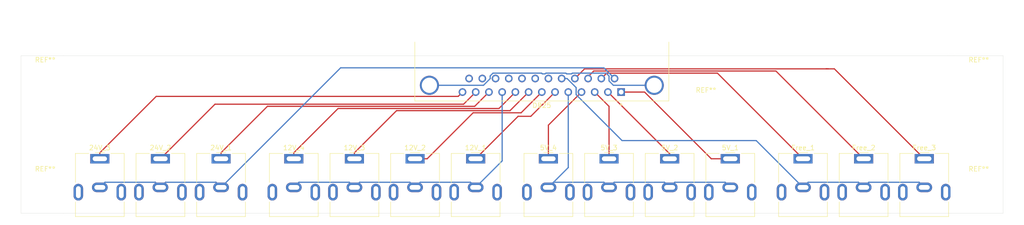
<source format=kicad_pcb>
(kicad_pcb (version 20171130) (host pcbnew "(5.1.10-1-10_14)")

  (general
    (thickness 1.6)
    (drawings 9)
    (tracks 111)
    (zones 0)
    (modules 20)
    (nets 27)
  )

  (page A4)
  (layers
    (0 F.Cu signal)
    (31 B.Cu signal)
    (32 B.Adhes user)
    (33 F.Adhes user)
    (34 B.Paste user)
    (35 F.Paste user)
    (36 B.SilkS user)
    (37 F.SilkS user)
    (38 B.Mask user)
    (39 F.Mask user)
    (40 Dwgs.User user)
    (41 Cmts.User user)
    (42 Eco1.User user)
    (43 Eco2.User user)
    (44 Edge.Cuts user)
    (45 Margin user)
    (46 B.CrtYd user)
    (47 F.CrtYd user)
    (48 B.Fab user)
    (49 F.Fab user)
  )

  (setup
    (last_trace_width 0.254)
    (user_trace_width 0.254)
    (trace_clearance 0.2)
    (zone_clearance 0.508)
    (zone_45_only no)
    (trace_min 0.024892)
    (via_size 0.8)
    (via_drill 0.4)
    (via_min_size 0.4)
    (via_min_drill 0.3)
    (uvia_size 0.3)
    (uvia_drill 0.1)
    (uvias_allowed no)
    (uvia_min_size 0.2)
    (uvia_min_drill 0.1)
    (edge_width 0.05)
    (segment_width 0.2)
    (pcb_text_width 0.3)
    (pcb_text_size 1.5 1.5)
    (mod_edge_width 0.12)
    (mod_text_size 1 1)
    (mod_text_width 0.15)
    (pad_size 1.524 1.524)
    (pad_drill 0.762)
    (pad_to_mask_clearance 0)
    (aux_axis_origin 0 0)
    (visible_elements FFEFF76F)
    (pcbplotparams
      (layerselection 0x010fc_ffffffff)
      (usegerberextensions false)
      (usegerberattributes true)
      (usegerberadvancedattributes true)
      (creategerberjobfile true)
      (excludeedgelayer true)
      (linewidth 0.100000)
      (plotframeref false)
      (viasonmask false)
      (mode 1)
      (useauxorigin false)
      (hpglpennumber 1)
      (hpglpenspeed 20)
      (hpglpendiameter 15.000000)
      (psnegative false)
      (psa4output false)
      (plotreference true)
      (plotvalue true)
      (plotinvisibletext false)
      (padsonsilk false)
      (subtractmaskfromsilk false)
      (outputformat 1)
      (mirror false)
      (drillshape 0)
      (scaleselection 1)
      (outputdirectory ""))
  )

  (net 0 "")
  (net 1 "Net-(12V_1-Pad2)")
  (net 2 "Net-(12V_1-Pad1)")
  (net 3 "Net-(12V_2-Pad1)")
  (net 4 "Net-(12V_3-Pad1)")
  (net 5 "Net-(12V_4-Pad1)")
  (net 6 "Net-(24V_1-Pad2)")
  (net 7 "Net-(24V_1-Pad1)")
  (net 8 "Net-(24V_2-Pad1)")
  (net 9 "Net-(24V_3-Pad1)")
  (net 10 "Net-(5V_1-Pad1)")
  (net 11 "Net-(5V_1-Pad2)")
  (net 12 "Net-(5V_2-Pad1)")
  (net 13 "Net-(5V_3-Pad1)")
  (net 14 "Net-(5V_4-Pad1)")
  (net 15 "Net-(DB25-Pad15)")
  (net 16 "Net-(DB25-Pad16)")
  (net 17 "Net-(DB25-Pad17)")
  (net 18 "Net-(DB25-Pad18)")
  (net 19 "Net-(DB25-Pad19)")
  (net 20 "Net-(DB25-Pad20)")
  (net 21 "Net-(DB25-Pad21)")
  (net 22 "Net-(DB25-Pad22)")
  (net 23 "Net-(DB25-Pad23)")
  (net 24 "Net-(DB25-Pad24)")
  (net 25 "Net-(DB25-Pad25)")
  (net 26 "Net-(DB25-Pad0)")

  (net_class Default "This is the default net class."
    (clearance 0.2)
    (trace_width 0.024892)
    (via_dia 0.8)
    (via_drill 0.4)
    (uvia_dia 0.3)
    (uvia_drill 0.1)
    (diff_pair_width 0.024892)
    (diff_pair_gap 0.25)
    (add_net "Net-(12V_1-Pad1)")
    (add_net "Net-(12V_1-Pad2)")
    (add_net "Net-(12V_2-Pad1)")
    (add_net "Net-(12V_3-Pad1)")
    (add_net "Net-(12V_4-Pad1)")
    (add_net "Net-(24V_1-Pad1)")
    (add_net "Net-(24V_1-Pad2)")
    (add_net "Net-(24V_2-Pad1)")
    (add_net "Net-(24V_3-Pad1)")
    (add_net "Net-(5V_1-Pad1)")
    (add_net "Net-(5V_1-Pad2)")
    (add_net "Net-(5V_2-Pad1)")
    (add_net "Net-(5V_3-Pad1)")
    (add_net "Net-(5V_4-Pad1)")
    (add_net "Net-(DB25-Pad0)")
    (add_net "Net-(DB25-Pad15)")
    (add_net "Net-(DB25-Pad16)")
    (add_net "Net-(DB25-Pad17)")
    (add_net "Net-(DB25-Pad18)")
    (add_net "Net-(DB25-Pad19)")
    (add_net "Net-(DB25-Pad20)")
    (add_net "Net-(DB25-Pad21)")
    (add_net "Net-(DB25-Pad22)")
    (add_net "Net-(DB25-Pad23)")
    (add_net "Net-(DB25-Pad24)")
    (add_net "Net-(DB25-Pad25)")
  )

  (module MountingHole:MountingHole_3.2mm_M3 (layer F.Cu) (tedit 56D1B4CB) (tstamp 60F8F234)
    (at 271.78 45.72)
    (descr "Mounting Hole 3.2mm, no annular, M3")
    (tags "mounting hole 3.2mm no annular m3")
    (attr virtual)
    (fp_text reference REF** (at 0 -4.2) (layer F.SilkS)
      (effects (font (size 1 1) (thickness 0.15)))
    )
    (fp_text value MountingHole_3.2mm_M3 (at 0 4.2) (layer F.Fab)
      (effects (font (size 1 1) (thickness 0.15)))
    )
    (fp_circle (center 0 0) (end 3.2 0) (layer Cmts.User) (width 0.15))
    (fp_circle (center 0 0) (end 3.45 0) (layer F.CrtYd) (width 0.05))
    (fp_text user %R (at 0.3 0) (layer F.Fab)
      (effects (font (size 1 1) (thickness 0.15)))
    )
    (pad 1 np_thru_hole circle (at 0 0) (size 3.2 3.2) (drill 3.2) (layers *.Cu *.Mask))
  )

  (module MountingHole:MountingHole_3.2mm_M3 (layer F.Cu) (tedit 56D1B4CB) (tstamp 60F8F234)
    (at 271.78 68.58)
    (descr "Mounting Hole 3.2mm, no annular, M3")
    (tags "mounting hole 3.2mm no annular m3")
    (attr virtual)
    (fp_text reference REF** (at 0 -4.2) (layer F.SilkS)
      (effects (font (size 1 1) (thickness 0.15)))
    )
    (fp_text value MountingHole_3.2mm_M3 (at 0 4.2) (layer F.Fab)
      (effects (font (size 1 1) (thickness 0.15)))
    )
    (fp_circle (center 0 0) (end 3.2 0) (layer Cmts.User) (width 0.15))
    (fp_circle (center 0 0) (end 3.45 0) (layer F.CrtYd) (width 0.05))
    (fp_text user %R (at 0.3 0) (layer F.Fab)
      (effects (font (size 1 1) (thickness 0.15)))
    )
    (pad 1 np_thru_hole circle (at 0 0) (size 3.2 3.2) (drill 3.2) (layers *.Cu *.Mask))
  )

  (module MountingHole:MountingHole_3.2mm_M3 (layer F.Cu) (tedit 56D1B4CB) (tstamp 60F8F234)
    (at 76.2 45.72)
    (descr "Mounting Hole 3.2mm, no annular, M3")
    (tags "mounting hole 3.2mm no annular m3")
    (attr virtual)
    (fp_text reference REF** (at 0 -4.2) (layer F.SilkS)
      (effects (font (size 1 1) (thickness 0.15)))
    )
    (fp_text value MountingHole_3.2mm_M3 (at 0 4.2) (layer F.Fab)
      (effects (font (size 1 1) (thickness 0.15)))
    )
    (fp_circle (center 0 0) (end 3.2 0) (layer Cmts.User) (width 0.15))
    (fp_circle (center 0 0) (end 3.45 0) (layer F.CrtYd) (width 0.05))
    (fp_text user %R (at 0.3 0) (layer F.Fab)
      (effects (font (size 1 1) (thickness 0.15)))
    )
    (pad 1 np_thru_hole circle (at 0 0) (size 3.2 3.2) (drill 3.2) (layers *.Cu *.Mask))
  )

  (module MountingHole:MountingHole_3.2mm_M3 (layer F.Cu) (tedit 56D1B4CB) (tstamp 60F8F234)
    (at 214.63 52.07)
    (descr "Mounting Hole 3.2mm, no annular, M3")
    (tags "mounting hole 3.2mm no annular m3")
    (attr virtual)
    (fp_text reference REF** (at 0 -4.2) (layer F.SilkS)
      (effects (font (size 1 1) (thickness 0.15)))
    )
    (fp_text value MountingHole_3.2mm_M3 (at 0 4.2) (layer F.Fab)
      (effects (font (size 1 1) (thickness 0.15)))
    )
    (fp_circle (center 0 0) (end 3.2 0) (layer Cmts.User) (width 0.15))
    (fp_circle (center 0 0) (end 3.45 0) (layer F.CrtYd) (width 0.05))
    (fp_text user %R (at 0.3 0) (layer F.Fab)
      (effects (font (size 1 1) (thickness 0.15)))
    )
    (pad 1 np_thru_hole circle (at 0 0) (size 3.2 3.2) (drill 3.2) (layers *.Cu *.Mask))
  )

  (module MountingHole:MountingHole_3.2mm_M3 (layer F.Cu) (tedit 56D1B4CB) (tstamp 60F8F232)
    (at 76.2 68.58)
    (descr "Mounting Hole 3.2mm, no annular, M3")
    (tags "mounting hole 3.2mm no annular m3")
    (attr virtual)
    (fp_text reference REF** (at 0 -4.2) (layer F.SilkS)
      (effects (font (size 1 1) (thickness 0.15)))
    )
    (fp_text value MountingHole_3.2mm_M3 (at 0 4.2) (layer F.Fab)
      (effects (font (size 1 1) (thickness 0.15)))
    )
    (fp_text user %R (at 0.3 0) (layer F.Fab)
      (effects (font (size 1 1) (thickness 0.15)))
    )
    (fp_circle (center 0 0) (end 3.2 0) (layer Cmts.User) (width 0.15))
    (fp_circle (center 0 0) (end 3.45 0) (layer F.CrtYd) (width 0.05))
    (pad 1 np_thru_hole circle (at 0 0) (size 3.2 3.2) (drill 3.2) (layers *.Cu *.Mask))
  )

  (module Connector_Dsub:DSUB-25_Male_Horizontal_P2.77x2.84mm_EdgePinOffset7.70mm_Housed_MountingHolesOffset9.12mm (layer F.Cu) (tedit 59FEDEE2) (tstamp 60F8CB54)
    (at 196.85 48.26 180)
    (descr "25-pin D-Sub connector, horizontal/angled (90 deg), THT-mount, male, pitch 2.77x2.84mm, pin-PCB-offset 7.699999999999999mm, distance of mounting holes 47.1mm, distance of mounting holes to PCB edge 9.12mm, see https://disti-assets.s3.amazonaws.com/tonar/files/datasheets/16730.pdf")
    (tags "25-pin D-Sub connector horizontal angled 90deg THT male pitch 2.77x2.84mm pin-PCB-offset 7.699999999999999mm mounting-holes-distance 47.1mm mounting-hole-offset 47.1mm")
    (path /60F93072)
    (fp_text reference DB25 (at 16.62 -2.8) (layer F.SilkS)
      (effects (font (size 1 1) (thickness 0.15)))
    )
    (fp_text value DB25_Female_MountingHoles (at 16.62 18.44) (layer F.Fab)
      (effects (font (size 1 1) (thickness 0.15)))
    )
    (fp_line (start 43.7 -2.35) (end -10.45 -2.35) (layer F.CrtYd) (width 0.05))
    (fp_line (start 43.7 17.45) (end 43.7 -2.35) (layer F.CrtYd) (width 0.05))
    (fp_line (start -10.45 17.45) (end 43.7 17.45) (layer F.CrtYd) (width 0.05))
    (fp_line (start -10.45 -2.35) (end -10.45 17.45) (layer F.CrtYd) (width 0.05))
    (fp_line (start 0 -2.321325) (end -0.25 -2.754338) (layer F.SilkS) (width 0.12))
    (fp_line (start 0.25 -2.754338) (end 0 -2.321325) (layer F.SilkS) (width 0.12))
    (fp_line (start -0.25 -2.754338) (end 0.25 -2.754338) (layer F.SilkS) (width 0.12))
    (fp_line (start 43.23 -1.86) (end 43.23 10.48) (layer F.SilkS) (width 0.12))
    (fp_line (start -9.99 -1.86) (end 43.23 -1.86) (layer F.SilkS) (width 0.12))
    (fp_line (start -9.99 10.48) (end -9.99 -1.86) (layer F.SilkS) (width 0.12))
    (fp_line (start 41.77 10.54) (end 41.77 1.42) (layer F.Fab) (width 0.1))
    (fp_line (start 38.57 10.54) (end 38.57 1.42) (layer F.Fab) (width 0.1))
    (fp_line (start -5.33 10.54) (end -5.33 1.42) (layer F.Fab) (width 0.1))
    (fp_line (start -8.53 10.54) (end -8.53 1.42) (layer F.Fab) (width 0.1))
    (fp_line (start 42.67 10.94) (end 37.67 10.94) (layer F.Fab) (width 0.1))
    (fp_line (start 42.67 15.94) (end 42.67 10.94) (layer F.Fab) (width 0.1))
    (fp_line (start 37.67 15.94) (end 42.67 15.94) (layer F.Fab) (width 0.1))
    (fp_line (start 37.67 10.94) (end 37.67 15.94) (layer F.Fab) (width 0.1))
    (fp_line (start -4.43 10.94) (end -9.43 10.94) (layer F.Fab) (width 0.1))
    (fp_line (start -4.43 15.94) (end -4.43 10.94) (layer F.Fab) (width 0.1))
    (fp_line (start -9.43 15.94) (end -4.43 15.94) (layer F.Fab) (width 0.1))
    (fp_line (start -9.43 10.94) (end -9.43 15.94) (layer F.Fab) (width 0.1))
    (fp_line (start 35.77 10.94) (end -2.53 10.94) (layer F.Fab) (width 0.1))
    (fp_line (start 35.77 16.94) (end 35.77 10.94) (layer F.Fab) (width 0.1))
    (fp_line (start -2.53 16.94) (end 35.77 16.94) (layer F.Fab) (width 0.1))
    (fp_line (start -2.53 10.94) (end -2.53 16.94) (layer F.Fab) (width 0.1))
    (fp_line (start 43.17 10.54) (end -9.93 10.54) (layer F.Fab) (width 0.1))
    (fp_line (start 43.17 10.94) (end 43.17 10.54) (layer F.Fab) (width 0.1))
    (fp_line (start -9.93 10.94) (end 43.17 10.94) (layer F.Fab) (width 0.1))
    (fp_line (start -9.93 10.54) (end -9.93 10.94) (layer F.Fab) (width 0.1))
    (fp_line (start 43.17 -1.8) (end -9.93 -1.8) (layer F.Fab) (width 0.1))
    (fp_line (start 43.17 10.54) (end 43.17 -1.8) (layer F.Fab) (width 0.1))
    (fp_line (start -9.93 10.54) (end 43.17 10.54) (layer F.Fab) (width 0.1))
    (fp_line (start -9.93 -1.8) (end -9.93 10.54) (layer F.Fab) (width 0.1))
    (fp_arc (start -6.93 1.42) (end -8.53 1.42) (angle 180) (layer F.Fab) (width 0.1))
    (fp_arc (start 40.17 1.42) (end 38.57 1.42) (angle 180) (layer F.Fab) (width 0.1))
    (fp_text user %R (at 16.62 13.94) (layer F.Fab)
      (effects (font (size 1 1) (thickness 0.15)))
    )
    (pad 1 thru_hole rect (at 0 0 180) (size 1.6 1.6) (drill 1) (layers *.Cu *.Mask)
      (net 10 "Net-(5V_1-Pad1)"))
    (pad 2 thru_hole circle (at 2.77 0 180) (size 1.6 1.6) (drill 1) (layers *.Cu *.Mask)
      (net 12 "Net-(5V_2-Pad1)"))
    (pad 3 thru_hole circle (at 5.54 0 180) (size 1.6 1.6) (drill 1) (layers *.Cu *.Mask)
      (net 13 "Net-(5V_3-Pad1)"))
    (pad 4 thru_hole circle (at 8.31 0 180) (size 1.6 1.6) (drill 1) (layers *.Cu *.Mask)
      (net 14 "Net-(5V_4-Pad1)"))
    (pad 5 thru_hole circle (at 11.08 0 180) (size 1.6 1.6) (drill 1) (layers *.Cu *.Mask)
      (net 11 "Net-(5V_1-Pad2)"))
    (pad 6 thru_hole circle (at 13.85 0 180) (size 1.6 1.6) (drill 1) (layers *.Cu *.Mask)
      (net 2 "Net-(12V_1-Pad1)"))
    (pad 7 thru_hole circle (at 16.62 0 180) (size 1.6 1.6) (drill 1) (layers *.Cu *.Mask)
      (net 3 "Net-(12V_2-Pad1)"))
    (pad 8 thru_hole circle (at 19.39 0 180) (size 1.6 1.6) (drill 1) (layers *.Cu *.Mask)
      (net 4 "Net-(12V_3-Pad1)"))
    (pad 9 thru_hole circle (at 22.16 0 180) (size 1.6 1.6) (drill 1) (layers *.Cu *.Mask)
      (net 5 "Net-(12V_4-Pad1)"))
    (pad 10 thru_hole circle (at 24.93 0 180) (size 1.6 1.6) (drill 1) (layers *.Cu *.Mask)
      (net 1 "Net-(12V_1-Pad2)"))
    (pad 11 thru_hole circle (at 27.7 0 180) (size 1.6 1.6) (drill 1) (layers *.Cu *.Mask)
      (net 7 "Net-(24V_1-Pad1)"))
    (pad 12 thru_hole circle (at 30.47 0 180) (size 1.6 1.6) (drill 1) (layers *.Cu *.Mask)
      (net 8 "Net-(24V_2-Pad1)"))
    (pad 13 thru_hole circle (at 33.24 0 180) (size 1.6 1.6) (drill 1) (layers *.Cu *.Mask)
      (net 9 "Net-(24V_3-Pad1)"))
    (pad 14 thru_hole circle (at 1.385 2.84 180) (size 1.6 1.6) (drill 1) (layers *.Cu *.Mask)
      (net 6 "Net-(24V_1-Pad2)"))
    (pad 15 thru_hole circle (at 4.155 2.84 180) (size 1.6 1.6) (drill 1) (layers *.Cu *.Mask)
      (net 15 "Net-(DB25-Pad15)"))
    (pad 16 thru_hole circle (at 6.925 2.84 180) (size 1.6 1.6) (drill 1) (layers *.Cu *.Mask)
      (net 16 "Net-(DB25-Pad16)"))
    (pad 17 thru_hole circle (at 9.695 2.84 180) (size 1.6 1.6) (drill 1) (layers *.Cu *.Mask)
      (net 17 "Net-(DB25-Pad17)"))
    (pad 18 thru_hole circle (at 12.465 2.84 180) (size 1.6 1.6) (drill 1) (layers *.Cu *.Mask)
      (net 18 "Net-(DB25-Pad18)"))
    (pad 19 thru_hole circle (at 15.235 2.84 180) (size 1.6 1.6) (drill 1) (layers *.Cu *.Mask)
      (net 19 "Net-(DB25-Pad19)"))
    (pad 20 thru_hole circle (at 18.005 2.84 180) (size 1.6 1.6) (drill 1) (layers *.Cu *.Mask)
      (net 20 "Net-(DB25-Pad20)"))
    (pad 21 thru_hole circle (at 20.775 2.84 180) (size 1.6 1.6) (drill 1) (layers *.Cu *.Mask)
      (net 21 "Net-(DB25-Pad21)"))
    (pad 22 thru_hole circle (at 23.545 2.84 180) (size 1.6 1.6) (drill 1) (layers *.Cu *.Mask)
      (net 22 "Net-(DB25-Pad22)"))
    (pad 23 thru_hole circle (at 26.315 2.84 180) (size 1.6 1.6) (drill 1) (layers *.Cu *.Mask)
      (net 23 "Net-(DB25-Pad23)"))
    (pad 24 thru_hole circle (at 29.085 2.84 180) (size 1.6 1.6) (drill 1) (layers *.Cu *.Mask)
      (net 24 "Net-(DB25-Pad24)"))
    (pad 25 thru_hole circle (at 31.855 2.84 180) (size 1.6 1.6) (drill 1) (layers *.Cu *.Mask)
      (net 25 "Net-(DB25-Pad25)"))
    (pad 0 thru_hole circle (at -6.93 1.42 180) (size 4 4) (drill 3.2) (layers *.Cu *.Mask)
      (net 26 "Net-(DB25-Pad0)"))
    (pad 0 thru_hole circle (at 40.17 1.42 180) (size 4 4) (drill 3.2) (layers *.Cu *.Mask)
      (net 26 "Net-(DB25-Pad0)"))
    (model ${KISYS3DMOD}/Connector_Dsub.3dshapes/DSUB-25_Male_Horizontal_P2.77x2.84mm_EdgePinOffset7.70mm_Housed_MountingHolesOffset9.12mm.wrl
      (at (xyz 0 0 0))
      (scale (xyz 1 1 1))
      (rotate (xyz 0 0 0))
    )
  )

  (module Connector_BarrelJack:BarrelJack_CUI_PJ-063AH_Horizontal (layer F.Cu) (tedit 5B0886BD) (tstamp 60F8C9EE)
    (at 166.37 62.23)
    (descr "Barrel Jack, 2.0mm ID, 5.5mm OD, 24V, 8A, no switch, https://www.cui.com/product/resource/pj-063ah.pdf")
    (tags "barrel jack cui dc power")
    (path /60FB381C)
    (fp_text reference 12V_1 (at 0 -2.3) (layer F.SilkS)
      (effects (font (size 1 1) (thickness 0.15)))
    )
    (fp_text value Barrel_Jack (at 0 13) (layer F.Fab)
      (effects (font (size 1 1) (thickness 0.15)))
    )
    (fp_text user %R (at 0 5.5) (layer F.Fab)
      (effects (font (size 1 1) (thickness 0.15)))
    )
    (fp_line (start -5 -1) (end -1 -1) (layer F.Fab) (width 0.1))
    (fp_line (start -1 -1) (end 0 0) (layer F.Fab) (width 0.1))
    (fp_line (start 0 0) (end 1 -1) (layer F.Fab) (width 0.1))
    (fp_line (start 1 -1) (end 5 -1) (layer F.Fab) (width 0.1))
    (fp_line (start 5 -1) (end 5 12) (layer F.Fab) (width 0.1))
    (fp_line (start 5 12) (end -5 12) (layer F.Fab) (width 0.1))
    (fp_line (start -5 12) (end -5 -1) (layer F.Fab) (width 0.1))
    (fp_line (start -5.11 4.95) (end -5.11 -1.11) (layer F.SilkS) (width 0.12))
    (fp_line (start -5.11 -1.11) (end -2.3 -1.11) (layer F.SilkS) (width 0.12))
    (fp_line (start 2.3 -1.11) (end 5.11 -1.11) (layer F.SilkS) (width 0.12))
    (fp_line (start 5.11 -1.11) (end 5.11 4.95) (layer F.SilkS) (width 0.12))
    (fp_line (start 5.11 9.05) (end 5.11 12.11) (layer F.SilkS) (width 0.12))
    (fp_line (start 5.11 12.11) (end -5.11 12.11) (layer F.SilkS) (width 0.12))
    (fp_line (start -5.11 12.11) (end -5.11 9.05) (layer F.SilkS) (width 0.12))
    (fp_line (start -1 -1.3) (end 1 -1.3) (layer F.SilkS) (width 0.12))
    (fp_line (start -6 -1.5) (end -6 12.5) (layer F.CrtYd) (width 0.05))
    (fp_line (start -6 12.5) (end 6 12.5) (layer F.CrtYd) (width 0.05))
    (fp_line (start 6 12.5) (end 6 -1.5) (layer F.CrtYd) (width 0.05))
    (fp_line (start 6 -1.5) (end -6 -1.5) (layer F.CrtYd) (width 0.05))
    (pad "" np_thru_hole circle (at 0 9) (size 1.6 1.6) (drill 1.6) (layers *.Cu *.Mask))
    (pad MP thru_hole oval (at 4.5 7) (size 2 3.5) (drill oval 1 2.5) (layers *.Cu *.Mask))
    (pad MP thru_hole oval (at -4.5 7) (size 2 3.5) (drill oval 1 2.5) (layers *.Cu *.Mask))
    (pad 2 thru_hole oval (at 0 6) (size 3.3 2) (drill oval 2.3 1) (layers *.Cu *.Mask)
      (net 1 "Net-(12V_1-Pad2)"))
    (pad 1 thru_hole rect (at 0 0) (size 4 2) (drill oval 3 1) (layers *.Cu *.Mask)
      (net 2 "Net-(12V_1-Pad1)"))
    (model ${KISYS3DMOD}/Connector_BarrelJack.3dshapes/BarrelJack_CUI_PJ-063AH_Horizontal.wrl
      (at (xyz 0 0 0))
      (scale (xyz 1 1 1))
      (rotate (xyz 0 0 0))
    )
  )

  (module Connector_BarrelJack:BarrelJack_CUI_PJ-063AH_Horizontal (layer F.Cu) (tedit 5B0886BD) (tstamp 60F8CA0B)
    (at 153.67 62.23)
    (descr "Barrel Jack, 2.0mm ID, 5.5mm OD, 24V, 8A, no switch, https://www.cui.com/product/resource/pj-063ah.pdf")
    (tags "barrel jack cui dc power")
    (path /60FB3822)
    (fp_text reference 12V_2 (at 0 -2.3) (layer F.SilkS)
      (effects (font (size 1 1) (thickness 0.15)))
    )
    (fp_text value Barrel_Jack (at 0 13) (layer F.Fab)
      (effects (font (size 1 1) (thickness 0.15)))
    )
    (fp_text user %R (at 0 5.5) (layer F.Fab)
      (effects (font (size 1 1) (thickness 0.15)))
    )
    (fp_line (start -5 -1) (end -1 -1) (layer F.Fab) (width 0.1))
    (fp_line (start -1 -1) (end 0 0) (layer F.Fab) (width 0.1))
    (fp_line (start 0 0) (end 1 -1) (layer F.Fab) (width 0.1))
    (fp_line (start 1 -1) (end 5 -1) (layer F.Fab) (width 0.1))
    (fp_line (start 5 -1) (end 5 12) (layer F.Fab) (width 0.1))
    (fp_line (start 5 12) (end -5 12) (layer F.Fab) (width 0.1))
    (fp_line (start -5 12) (end -5 -1) (layer F.Fab) (width 0.1))
    (fp_line (start -5.11 4.95) (end -5.11 -1.11) (layer F.SilkS) (width 0.12))
    (fp_line (start -5.11 -1.11) (end -2.3 -1.11) (layer F.SilkS) (width 0.12))
    (fp_line (start 2.3 -1.11) (end 5.11 -1.11) (layer F.SilkS) (width 0.12))
    (fp_line (start 5.11 -1.11) (end 5.11 4.95) (layer F.SilkS) (width 0.12))
    (fp_line (start 5.11 9.05) (end 5.11 12.11) (layer F.SilkS) (width 0.12))
    (fp_line (start 5.11 12.11) (end -5.11 12.11) (layer F.SilkS) (width 0.12))
    (fp_line (start -5.11 12.11) (end -5.11 9.05) (layer F.SilkS) (width 0.12))
    (fp_line (start -1 -1.3) (end 1 -1.3) (layer F.SilkS) (width 0.12))
    (fp_line (start -6 -1.5) (end -6 12.5) (layer F.CrtYd) (width 0.05))
    (fp_line (start -6 12.5) (end 6 12.5) (layer F.CrtYd) (width 0.05))
    (fp_line (start 6 12.5) (end 6 -1.5) (layer F.CrtYd) (width 0.05))
    (fp_line (start 6 -1.5) (end -6 -1.5) (layer F.CrtYd) (width 0.05))
    (pad "" np_thru_hole circle (at 0 9) (size 1.6 1.6) (drill 1.6) (layers *.Cu *.Mask))
    (pad MP thru_hole oval (at 4.5 7) (size 2 3.5) (drill oval 1 2.5) (layers *.Cu *.Mask))
    (pad MP thru_hole oval (at -4.5 7) (size 2 3.5) (drill oval 1 2.5) (layers *.Cu *.Mask))
    (pad 2 thru_hole oval (at 0 6) (size 3.3 2) (drill oval 2.3 1) (layers *.Cu *.Mask)
      (net 1 "Net-(12V_1-Pad2)"))
    (pad 1 thru_hole rect (at 0 0) (size 4 2) (drill oval 3 1) (layers *.Cu *.Mask)
      (net 3 "Net-(12V_2-Pad1)"))
    (model ${KISYS3DMOD}/Connector_BarrelJack.3dshapes/BarrelJack_CUI_PJ-063AH_Horizontal.wrl
      (at (xyz 0 0 0))
      (scale (xyz 1 1 1))
      (rotate (xyz 0 0 0))
    )
  )

  (module Connector_BarrelJack:BarrelJack_CUI_PJ-063AH_Horizontal (layer F.Cu) (tedit 5B0886BD) (tstamp 60F8CA28)
    (at 140.97 62.23)
    (descr "Barrel Jack, 2.0mm ID, 5.5mm OD, 24V, 8A, no switch, https://www.cui.com/product/resource/pj-063ah.pdf")
    (tags "barrel jack cui dc power")
    (path /60FB3828)
    (fp_text reference 12V_3 (at 0 -2.3) (layer F.SilkS)
      (effects (font (size 1 1) (thickness 0.15)))
    )
    (fp_text value Barrel_Jack (at 0 13) (layer F.Fab)
      (effects (font (size 1 1) (thickness 0.15)))
    )
    (fp_line (start 6 -1.5) (end -6 -1.5) (layer F.CrtYd) (width 0.05))
    (fp_line (start 6 12.5) (end 6 -1.5) (layer F.CrtYd) (width 0.05))
    (fp_line (start -6 12.5) (end 6 12.5) (layer F.CrtYd) (width 0.05))
    (fp_line (start -6 -1.5) (end -6 12.5) (layer F.CrtYd) (width 0.05))
    (fp_line (start -1 -1.3) (end 1 -1.3) (layer F.SilkS) (width 0.12))
    (fp_line (start -5.11 12.11) (end -5.11 9.05) (layer F.SilkS) (width 0.12))
    (fp_line (start 5.11 12.11) (end -5.11 12.11) (layer F.SilkS) (width 0.12))
    (fp_line (start 5.11 9.05) (end 5.11 12.11) (layer F.SilkS) (width 0.12))
    (fp_line (start 5.11 -1.11) (end 5.11 4.95) (layer F.SilkS) (width 0.12))
    (fp_line (start 2.3 -1.11) (end 5.11 -1.11) (layer F.SilkS) (width 0.12))
    (fp_line (start -5.11 -1.11) (end -2.3 -1.11) (layer F.SilkS) (width 0.12))
    (fp_line (start -5.11 4.95) (end -5.11 -1.11) (layer F.SilkS) (width 0.12))
    (fp_line (start -5 12) (end -5 -1) (layer F.Fab) (width 0.1))
    (fp_line (start 5 12) (end -5 12) (layer F.Fab) (width 0.1))
    (fp_line (start 5 -1) (end 5 12) (layer F.Fab) (width 0.1))
    (fp_line (start 1 -1) (end 5 -1) (layer F.Fab) (width 0.1))
    (fp_line (start 0 0) (end 1 -1) (layer F.Fab) (width 0.1))
    (fp_line (start -1 -1) (end 0 0) (layer F.Fab) (width 0.1))
    (fp_line (start -5 -1) (end -1 -1) (layer F.Fab) (width 0.1))
    (fp_text user %R (at 0 5.5) (layer F.Fab)
      (effects (font (size 1 1) (thickness 0.15)))
    )
    (pad 1 thru_hole rect (at 0 0) (size 4 2) (drill oval 3 1) (layers *.Cu *.Mask)
      (net 4 "Net-(12V_3-Pad1)"))
    (pad 2 thru_hole oval (at 0 6) (size 3.3 2) (drill oval 2.3 1) (layers *.Cu *.Mask)
      (net 1 "Net-(12V_1-Pad2)"))
    (pad MP thru_hole oval (at -4.5 7) (size 2 3.5) (drill oval 1 2.5) (layers *.Cu *.Mask))
    (pad MP thru_hole oval (at 4.5 7) (size 2 3.5) (drill oval 1 2.5) (layers *.Cu *.Mask))
    (pad "" np_thru_hole circle (at 0 9) (size 1.6 1.6) (drill 1.6) (layers *.Cu *.Mask))
    (model ${KISYS3DMOD}/Connector_BarrelJack.3dshapes/BarrelJack_CUI_PJ-063AH_Horizontal.wrl
      (at (xyz 0 0 0))
      (scale (xyz 1 1 1))
      (rotate (xyz 0 0 0))
    )
  )

  (module Connector_BarrelJack:BarrelJack_CUI_PJ-063AH_Horizontal (layer F.Cu) (tedit 5B0886BD) (tstamp 60F8CA45)
    (at 128.27 62.23)
    (descr "Barrel Jack, 2.0mm ID, 5.5mm OD, 24V, 8A, no switch, https://www.cui.com/product/resource/pj-063ah.pdf")
    (tags "barrel jack cui dc power")
    (path /60FB382E)
    (fp_text reference 12V_4 (at 0 -2.3) (layer F.SilkS)
      (effects (font (size 1 1) (thickness 0.15)))
    )
    (fp_text value Barrel_Jack (at 0 13) (layer F.Fab)
      (effects (font (size 1 1) (thickness 0.15)))
    )
    (fp_text user %R (at 0 5.5) (layer F.Fab)
      (effects (font (size 1 1) (thickness 0.15)))
    )
    (fp_line (start -5 -1) (end -1 -1) (layer F.Fab) (width 0.1))
    (fp_line (start -1 -1) (end 0 0) (layer F.Fab) (width 0.1))
    (fp_line (start 0 0) (end 1 -1) (layer F.Fab) (width 0.1))
    (fp_line (start 1 -1) (end 5 -1) (layer F.Fab) (width 0.1))
    (fp_line (start 5 -1) (end 5 12) (layer F.Fab) (width 0.1))
    (fp_line (start 5 12) (end -5 12) (layer F.Fab) (width 0.1))
    (fp_line (start -5 12) (end -5 -1) (layer F.Fab) (width 0.1))
    (fp_line (start -5.11 4.95) (end -5.11 -1.11) (layer F.SilkS) (width 0.12))
    (fp_line (start -5.11 -1.11) (end -2.3 -1.11) (layer F.SilkS) (width 0.12))
    (fp_line (start 2.3 -1.11) (end 5.11 -1.11) (layer F.SilkS) (width 0.12))
    (fp_line (start 5.11 -1.11) (end 5.11 4.95) (layer F.SilkS) (width 0.12))
    (fp_line (start 5.11 9.05) (end 5.11 12.11) (layer F.SilkS) (width 0.12))
    (fp_line (start 5.11 12.11) (end -5.11 12.11) (layer F.SilkS) (width 0.12))
    (fp_line (start -5.11 12.11) (end -5.11 9.05) (layer F.SilkS) (width 0.12))
    (fp_line (start -1 -1.3) (end 1 -1.3) (layer F.SilkS) (width 0.12))
    (fp_line (start -6 -1.5) (end -6 12.5) (layer F.CrtYd) (width 0.05))
    (fp_line (start -6 12.5) (end 6 12.5) (layer F.CrtYd) (width 0.05))
    (fp_line (start 6 12.5) (end 6 -1.5) (layer F.CrtYd) (width 0.05))
    (fp_line (start 6 -1.5) (end -6 -1.5) (layer F.CrtYd) (width 0.05))
    (pad "" np_thru_hole circle (at 0 9) (size 1.6 1.6) (drill 1.6) (layers *.Cu *.Mask))
    (pad MP thru_hole oval (at 4.5 7) (size 2 3.5) (drill oval 1 2.5) (layers *.Cu *.Mask))
    (pad MP thru_hole oval (at -4.5 7) (size 2 3.5) (drill oval 1 2.5) (layers *.Cu *.Mask))
    (pad 2 thru_hole oval (at 0 6) (size 3.3 2) (drill oval 2.3 1) (layers *.Cu *.Mask)
      (net 1 "Net-(12V_1-Pad2)"))
    (pad 1 thru_hole rect (at 0 0) (size 4 2) (drill oval 3 1) (layers *.Cu *.Mask)
      (net 5 "Net-(12V_4-Pad1)"))
    (model ${KISYS3DMOD}/Connector_BarrelJack.3dshapes/BarrelJack_CUI_PJ-063AH_Horizontal.wrl
      (at (xyz 0 0 0))
      (scale (xyz 1 1 1))
      (rotate (xyz 0 0 0))
    )
  )

  (module Connector_BarrelJack:BarrelJack_CUI_PJ-063AH_Horizontal (layer F.Cu) (tedit 5B0886BD) (tstamp 60F8CA62)
    (at 113.03 62.23)
    (descr "Barrel Jack, 2.0mm ID, 5.5mm OD, 24V, 8A, no switch, https://www.cui.com/product/resource/pj-063ah.pdf")
    (tags "barrel jack cui dc power")
    (path /60FB6924)
    (fp_text reference 24V_1 (at 0 -2.3) (layer F.SilkS)
      (effects (font (size 1 1) (thickness 0.15)))
    )
    (fp_text value Barrel_Jack (at 0 13) (layer F.Fab)
      (effects (font (size 1 1) (thickness 0.15)))
    )
    (fp_text user %R (at 0 5.5) (layer F.Fab)
      (effects (font (size 1 1) (thickness 0.15)))
    )
    (fp_line (start -5 -1) (end -1 -1) (layer F.Fab) (width 0.1))
    (fp_line (start -1 -1) (end 0 0) (layer F.Fab) (width 0.1))
    (fp_line (start 0 0) (end 1 -1) (layer F.Fab) (width 0.1))
    (fp_line (start 1 -1) (end 5 -1) (layer F.Fab) (width 0.1))
    (fp_line (start 5 -1) (end 5 12) (layer F.Fab) (width 0.1))
    (fp_line (start 5 12) (end -5 12) (layer F.Fab) (width 0.1))
    (fp_line (start -5 12) (end -5 -1) (layer F.Fab) (width 0.1))
    (fp_line (start -5.11 4.95) (end -5.11 -1.11) (layer F.SilkS) (width 0.12))
    (fp_line (start -5.11 -1.11) (end -2.3 -1.11) (layer F.SilkS) (width 0.12))
    (fp_line (start 2.3 -1.11) (end 5.11 -1.11) (layer F.SilkS) (width 0.12))
    (fp_line (start 5.11 -1.11) (end 5.11 4.95) (layer F.SilkS) (width 0.12))
    (fp_line (start 5.11 9.05) (end 5.11 12.11) (layer F.SilkS) (width 0.12))
    (fp_line (start 5.11 12.11) (end -5.11 12.11) (layer F.SilkS) (width 0.12))
    (fp_line (start -5.11 12.11) (end -5.11 9.05) (layer F.SilkS) (width 0.12))
    (fp_line (start -1 -1.3) (end 1 -1.3) (layer F.SilkS) (width 0.12))
    (fp_line (start -6 -1.5) (end -6 12.5) (layer F.CrtYd) (width 0.05))
    (fp_line (start -6 12.5) (end 6 12.5) (layer F.CrtYd) (width 0.05))
    (fp_line (start 6 12.5) (end 6 -1.5) (layer F.CrtYd) (width 0.05))
    (fp_line (start 6 -1.5) (end -6 -1.5) (layer F.CrtYd) (width 0.05))
    (pad "" np_thru_hole circle (at 0 9) (size 1.6 1.6) (drill 1.6) (layers *.Cu *.Mask))
    (pad MP thru_hole oval (at 4.5 7) (size 2 3.5) (drill oval 1 2.5) (layers *.Cu *.Mask))
    (pad MP thru_hole oval (at -4.5 7) (size 2 3.5) (drill oval 1 2.5) (layers *.Cu *.Mask))
    (pad 2 thru_hole oval (at 0 6) (size 3.3 2) (drill oval 2.3 1) (layers *.Cu *.Mask)
      (net 6 "Net-(24V_1-Pad2)"))
    (pad 1 thru_hole rect (at 0 0) (size 4 2) (drill oval 3 1) (layers *.Cu *.Mask)
      (net 7 "Net-(24V_1-Pad1)"))
    (model ${KISYS3DMOD}/Connector_BarrelJack.3dshapes/BarrelJack_CUI_PJ-063AH_Horizontal.wrl
      (at (xyz 0 0 0))
      (scale (xyz 1 1 1))
      (rotate (xyz 0 0 0))
    )
  )

  (module Connector_BarrelJack:BarrelJack_CUI_PJ-063AH_Horizontal (layer F.Cu) (tedit 5B0886BD) (tstamp 60F8CA7F)
    (at 100.33 62.23)
    (descr "Barrel Jack, 2.0mm ID, 5.5mm OD, 24V, 8A, no switch, https://www.cui.com/product/resource/pj-063ah.pdf")
    (tags "barrel jack cui dc power")
    (path /60FB691E)
    (fp_text reference 24V_2 (at 0 -2.3) (layer F.SilkS)
      (effects (font (size 1 1) (thickness 0.15)))
    )
    (fp_text value Barrel_Jack (at 0 13) (layer F.Fab)
      (effects (font (size 1 1) (thickness 0.15)))
    )
    (fp_line (start 6 -1.5) (end -6 -1.5) (layer F.CrtYd) (width 0.05))
    (fp_line (start 6 12.5) (end 6 -1.5) (layer F.CrtYd) (width 0.05))
    (fp_line (start -6 12.5) (end 6 12.5) (layer F.CrtYd) (width 0.05))
    (fp_line (start -6 -1.5) (end -6 12.5) (layer F.CrtYd) (width 0.05))
    (fp_line (start -1 -1.3) (end 1 -1.3) (layer F.SilkS) (width 0.12))
    (fp_line (start -5.11 12.11) (end -5.11 9.05) (layer F.SilkS) (width 0.12))
    (fp_line (start 5.11 12.11) (end -5.11 12.11) (layer F.SilkS) (width 0.12))
    (fp_line (start 5.11 9.05) (end 5.11 12.11) (layer F.SilkS) (width 0.12))
    (fp_line (start 5.11 -1.11) (end 5.11 4.95) (layer F.SilkS) (width 0.12))
    (fp_line (start 2.3 -1.11) (end 5.11 -1.11) (layer F.SilkS) (width 0.12))
    (fp_line (start -5.11 -1.11) (end -2.3 -1.11) (layer F.SilkS) (width 0.12))
    (fp_line (start -5.11 4.95) (end -5.11 -1.11) (layer F.SilkS) (width 0.12))
    (fp_line (start -5 12) (end -5 -1) (layer F.Fab) (width 0.1))
    (fp_line (start 5 12) (end -5 12) (layer F.Fab) (width 0.1))
    (fp_line (start 5 -1) (end 5 12) (layer F.Fab) (width 0.1))
    (fp_line (start 1 -1) (end 5 -1) (layer F.Fab) (width 0.1))
    (fp_line (start 0 0) (end 1 -1) (layer F.Fab) (width 0.1))
    (fp_line (start -1 -1) (end 0 0) (layer F.Fab) (width 0.1))
    (fp_line (start -5 -1) (end -1 -1) (layer F.Fab) (width 0.1))
    (fp_text user %R (at 0 5.5) (layer F.Fab)
      (effects (font (size 1 1) (thickness 0.15)))
    )
    (pad 1 thru_hole rect (at 0 0) (size 4 2) (drill oval 3 1) (layers *.Cu *.Mask)
      (net 8 "Net-(24V_2-Pad1)"))
    (pad 2 thru_hole oval (at 0 6) (size 3.3 2) (drill oval 2.3 1) (layers *.Cu *.Mask)
      (net 6 "Net-(24V_1-Pad2)"))
    (pad MP thru_hole oval (at -4.5 7) (size 2 3.5) (drill oval 1 2.5) (layers *.Cu *.Mask))
    (pad MP thru_hole oval (at 4.5 7) (size 2 3.5) (drill oval 1 2.5) (layers *.Cu *.Mask))
    (pad "" np_thru_hole circle (at 0 9) (size 1.6 1.6) (drill 1.6) (layers *.Cu *.Mask))
    (model ${KISYS3DMOD}/Connector_BarrelJack.3dshapes/BarrelJack_CUI_PJ-063AH_Horizontal.wrl
      (at (xyz 0 0 0))
      (scale (xyz 1 1 1))
      (rotate (xyz 0 0 0))
    )
  )

  (module Connector_BarrelJack:BarrelJack_CUI_PJ-063AH_Horizontal (layer F.Cu) (tedit 5B0886BD) (tstamp 60F8CA9C)
    (at 87.63 62.23)
    (descr "Barrel Jack, 2.0mm ID, 5.5mm OD, 24V, 8A, no switch, https://www.cui.com/product/resource/pj-063ah.pdf")
    (tags "barrel jack cui dc power")
    (path /60FB6918)
    (fp_text reference 24V_3 (at 0 -2.3) (layer F.SilkS)
      (effects (font (size 1 1) (thickness 0.15)))
    )
    (fp_text value Barrel_Jack (at 0 13) (layer F.Fab)
      (effects (font (size 1 1) (thickness 0.15)))
    )
    (fp_text user %R (at 0 5.5) (layer F.Fab)
      (effects (font (size 1 1) (thickness 0.15)))
    )
    (fp_line (start -5 -1) (end -1 -1) (layer F.Fab) (width 0.1))
    (fp_line (start -1 -1) (end 0 0) (layer F.Fab) (width 0.1))
    (fp_line (start 0 0) (end 1 -1) (layer F.Fab) (width 0.1))
    (fp_line (start 1 -1) (end 5 -1) (layer F.Fab) (width 0.1))
    (fp_line (start 5 -1) (end 5 12) (layer F.Fab) (width 0.1))
    (fp_line (start 5 12) (end -5 12) (layer F.Fab) (width 0.1))
    (fp_line (start -5 12) (end -5 -1) (layer F.Fab) (width 0.1))
    (fp_line (start -5.11 4.95) (end -5.11 -1.11) (layer F.SilkS) (width 0.12))
    (fp_line (start -5.11 -1.11) (end -2.3 -1.11) (layer F.SilkS) (width 0.12))
    (fp_line (start 2.3 -1.11) (end 5.11 -1.11) (layer F.SilkS) (width 0.12))
    (fp_line (start 5.11 -1.11) (end 5.11 4.95) (layer F.SilkS) (width 0.12))
    (fp_line (start 5.11 9.05) (end 5.11 12.11) (layer F.SilkS) (width 0.12))
    (fp_line (start 5.11 12.11) (end -5.11 12.11) (layer F.SilkS) (width 0.12))
    (fp_line (start -5.11 12.11) (end -5.11 9.05) (layer F.SilkS) (width 0.12))
    (fp_line (start -1 -1.3) (end 1 -1.3) (layer F.SilkS) (width 0.12))
    (fp_line (start -6 -1.5) (end -6 12.5) (layer F.CrtYd) (width 0.05))
    (fp_line (start -6 12.5) (end 6 12.5) (layer F.CrtYd) (width 0.05))
    (fp_line (start 6 12.5) (end 6 -1.5) (layer F.CrtYd) (width 0.05))
    (fp_line (start 6 -1.5) (end -6 -1.5) (layer F.CrtYd) (width 0.05))
    (pad "" np_thru_hole circle (at 0 9) (size 1.6 1.6) (drill 1.6) (layers *.Cu *.Mask))
    (pad MP thru_hole oval (at 4.5 7) (size 2 3.5) (drill oval 1 2.5) (layers *.Cu *.Mask))
    (pad MP thru_hole oval (at -4.5 7) (size 2 3.5) (drill oval 1 2.5) (layers *.Cu *.Mask))
    (pad 2 thru_hole oval (at 0 6) (size 3.3 2) (drill oval 2.3 1) (layers *.Cu *.Mask)
      (net 6 "Net-(24V_1-Pad2)"))
    (pad 1 thru_hole rect (at 0 0) (size 4 2) (drill oval 3 1) (layers *.Cu *.Mask)
      (net 9 "Net-(24V_3-Pad1)"))
    (model ${KISYS3DMOD}/Connector_BarrelJack.3dshapes/BarrelJack_CUI_PJ-063AH_Horizontal.wrl
      (at (xyz 0 0 0))
      (scale (xyz 1 1 1))
      (rotate (xyz 0 0 0))
    )
  )

  (module Connector_BarrelJack:BarrelJack_CUI_PJ-063AH_Horizontal (layer F.Cu) (tedit 5B0886BD) (tstamp 60F8CAB9)
    (at 219.71 62.23)
    (descr "Barrel Jack, 2.0mm ID, 5.5mm OD, 24V, 8A, no switch, https://www.cui.com/product/resource/pj-063ah.pdf")
    (tags "barrel jack cui dc power")
    (path /60F9C187)
    (fp_text reference 5V_1 (at 0 -2.3) (layer F.SilkS)
      (effects (font (size 1 1) (thickness 0.15)))
    )
    (fp_text value Barrel_Jack (at 0 13) (layer F.Fab)
      (effects (font (size 1 1) (thickness 0.15)))
    )
    (fp_line (start 6 -1.5) (end -6 -1.5) (layer F.CrtYd) (width 0.05))
    (fp_line (start 6 12.5) (end 6 -1.5) (layer F.CrtYd) (width 0.05))
    (fp_line (start -6 12.5) (end 6 12.5) (layer F.CrtYd) (width 0.05))
    (fp_line (start -6 -1.5) (end -6 12.5) (layer F.CrtYd) (width 0.05))
    (fp_line (start -1 -1.3) (end 1 -1.3) (layer F.SilkS) (width 0.12))
    (fp_line (start -5.11 12.11) (end -5.11 9.05) (layer F.SilkS) (width 0.12))
    (fp_line (start 5.11 12.11) (end -5.11 12.11) (layer F.SilkS) (width 0.12))
    (fp_line (start 5.11 9.05) (end 5.11 12.11) (layer F.SilkS) (width 0.12))
    (fp_line (start 5.11 -1.11) (end 5.11 4.95) (layer F.SilkS) (width 0.12))
    (fp_line (start 2.3 -1.11) (end 5.11 -1.11) (layer F.SilkS) (width 0.12))
    (fp_line (start -5.11 -1.11) (end -2.3 -1.11) (layer F.SilkS) (width 0.12))
    (fp_line (start -5.11 4.95) (end -5.11 -1.11) (layer F.SilkS) (width 0.12))
    (fp_line (start -5 12) (end -5 -1) (layer F.Fab) (width 0.1))
    (fp_line (start 5 12) (end -5 12) (layer F.Fab) (width 0.1))
    (fp_line (start 5 -1) (end 5 12) (layer F.Fab) (width 0.1))
    (fp_line (start 1 -1) (end 5 -1) (layer F.Fab) (width 0.1))
    (fp_line (start 0 0) (end 1 -1) (layer F.Fab) (width 0.1))
    (fp_line (start -1 -1) (end 0 0) (layer F.Fab) (width 0.1))
    (fp_line (start -5 -1) (end -1 -1) (layer F.Fab) (width 0.1))
    (fp_text user %R (at 0 5.5) (layer F.Fab)
      (effects (font (size 1 1) (thickness 0.15)))
    )
    (pad 1 thru_hole rect (at 0 0) (size 4 2) (drill oval 3 1) (layers *.Cu *.Mask)
      (net 10 "Net-(5V_1-Pad1)"))
    (pad 2 thru_hole oval (at 0 6) (size 3.3 2) (drill oval 2.3 1) (layers *.Cu *.Mask)
      (net 11 "Net-(5V_1-Pad2)"))
    (pad MP thru_hole oval (at -4.5 7) (size 2 3.5) (drill oval 1 2.5) (layers *.Cu *.Mask))
    (pad MP thru_hole oval (at 4.5 7) (size 2 3.5) (drill oval 1 2.5) (layers *.Cu *.Mask))
    (pad "" np_thru_hole circle (at 0 9) (size 1.6 1.6) (drill 1.6) (layers *.Cu *.Mask))
    (model ${KISYS3DMOD}/Connector_BarrelJack.3dshapes/BarrelJack_CUI_PJ-063AH_Horizontal.wrl
      (at (xyz 0 0 0))
      (scale (xyz 1 1 1))
      (rotate (xyz 0 0 0))
    )
  )

  (module Connector_BarrelJack:BarrelJack_CUI_PJ-063AH_Horizontal (layer F.Cu) (tedit 5B0886BD) (tstamp 60F8CAD6)
    (at 207.01 62.23)
    (descr "Barrel Jack, 2.0mm ID, 5.5mm OD, 24V, 8A, no switch, https://www.cui.com/product/resource/pj-063ah.pdf")
    (tags "barrel jack cui dc power")
    (path /60F9D14E)
    (fp_text reference 5V_2 (at 0 -2.3) (layer F.SilkS)
      (effects (font (size 1 1) (thickness 0.15)))
    )
    (fp_text value Barrel_Jack (at 0 13) (layer F.Fab)
      (effects (font (size 1 1) (thickness 0.15)))
    )
    (fp_text user %R (at 0 5.5) (layer F.Fab)
      (effects (font (size 1 1) (thickness 0.15)))
    )
    (fp_line (start -5 -1) (end -1 -1) (layer F.Fab) (width 0.1))
    (fp_line (start -1 -1) (end 0 0) (layer F.Fab) (width 0.1))
    (fp_line (start 0 0) (end 1 -1) (layer F.Fab) (width 0.1))
    (fp_line (start 1 -1) (end 5 -1) (layer F.Fab) (width 0.1))
    (fp_line (start 5 -1) (end 5 12) (layer F.Fab) (width 0.1))
    (fp_line (start 5 12) (end -5 12) (layer F.Fab) (width 0.1))
    (fp_line (start -5 12) (end -5 -1) (layer F.Fab) (width 0.1))
    (fp_line (start -5.11 4.95) (end -5.11 -1.11) (layer F.SilkS) (width 0.12))
    (fp_line (start -5.11 -1.11) (end -2.3 -1.11) (layer F.SilkS) (width 0.12))
    (fp_line (start 2.3 -1.11) (end 5.11 -1.11) (layer F.SilkS) (width 0.12))
    (fp_line (start 5.11 -1.11) (end 5.11 4.95) (layer F.SilkS) (width 0.12))
    (fp_line (start 5.11 9.05) (end 5.11 12.11) (layer F.SilkS) (width 0.12))
    (fp_line (start 5.11 12.11) (end -5.11 12.11) (layer F.SilkS) (width 0.12))
    (fp_line (start -5.11 12.11) (end -5.11 9.05) (layer F.SilkS) (width 0.12))
    (fp_line (start -1 -1.3) (end 1 -1.3) (layer F.SilkS) (width 0.12))
    (fp_line (start -6 -1.5) (end -6 12.5) (layer F.CrtYd) (width 0.05))
    (fp_line (start -6 12.5) (end 6 12.5) (layer F.CrtYd) (width 0.05))
    (fp_line (start 6 12.5) (end 6 -1.5) (layer F.CrtYd) (width 0.05))
    (fp_line (start 6 -1.5) (end -6 -1.5) (layer F.CrtYd) (width 0.05))
    (pad "" np_thru_hole circle (at 0 9) (size 1.6 1.6) (drill 1.6) (layers *.Cu *.Mask))
    (pad MP thru_hole oval (at 4.5 7) (size 2 3.5) (drill oval 1 2.5) (layers *.Cu *.Mask))
    (pad MP thru_hole oval (at -4.5 7) (size 2 3.5) (drill oval 1 2.5) (layers *.Cu *.Mask))
    (pad 2 thru_hole oval (at 0 6) (size 3.3 2) (drill oval 2.3 1) (layers *.Cu *.Mask)
      (net 11 "Net-(5V_1-Pad2)"))
    (pad 1 thru_hole rect (at 0 0) (size 4 2) (drill oval 3 1) (layers *.Cu *.Mask)
      (net 12 "Net-(5V_2-Pad1)"))
    (model ${KISYS3DMOD}/Connector_BarrelJack.3dshapes/BarrelJack_CUI_PJ-063AH_Horizontal.wrl
      (at (xyz 0 0 0))
      (scale (xyz 1 1 1))
      (rotate (xyz 0 0 0))
    )
  )

  (module Connector_BarrelJack:BarrelJack_CUI_PJ-063AH_Horizontal (layer F.Cu) (tedit 5B0886BD) (tstamp 60F8CAF3)
    (at 194.31 62.23)
    (descr "Barrel Jack, 2.0mm ID, 5.5mm OD, 24V, 8A, no switch, https://www.cui.com/product/resource/pj-063ah.pdf")
    (tags "barrel jack cui dc power")
    (path /60F9E991)
    (fp_text reference 5V_3 (at 0 -2.3) (layer F.SilkS)
      (effects (font (size 1 1) (thickness 0.15)))
    )
    (fp_text value Barrel_Jack (at 0 13) (layer F.Fab)
      (effects (font (size 1 1) (thickness 0.15)))
    )
    (fp_line (start 6 -1.5) (end -6 -1.5) (layer F.CrtYd) (width 0.05))
    (fp_line (start 6 12.5) (end 6 -1.5) (layer F.CrtYd) (width 0.05))
    (fp_line (start -6 12.5) (end 6 12.5) (layer F.CrtYd) (width 0.05))
    (fp_line (start -6 -1.5) (end -6 12.5) (layer F.CrtYd) (width 0.05))
    (fp_line (start -1 -1.3) (end 1 -1.3) (layer F.SilkS) (width 0.12))
    (fp_line (start -5.11 12.11) (end -5.11 9.05) (layer F.SilkS) (width 0.12))
    (fp_line (start 5.11 12.11) (end -5.11 12.11) (layer F.SilkS) (width 0.12))
    (fp_line (start 5.11 9.05) (end 5.11 12.11) (layer F.SilkS) (width 0.12))
    (fp_line (start 5.11 -1.11) (end 5.11 4.95) (layer F.SilkS) (width 0.12))
    (fp_line (start 2.3 -1.11) (end 5.11 -1.11) (layer F.SilkS) (width 0.12))
    (fp_line (start -5.11 -1.11) (end -2.3 -1.11) (layer F.SilkS) (width 0.12))
    (fp_line (start -5.11 4.95) (end -5.11 -1.11) (layer F.SilkS) (width 0.12))
    (fp_line (start -5 12) (end -5 -1) (layer F.Fab) (width 0.1))
    (fp_line (start 5 12) (end -5 12) (layer F.Fab) (width 0.1))
    (fp_line (start 5 -1) (end 5 12) (layer F.Fab) (width 0.1))
    (fp_line (start 1 -1) (end 5 -1) (layer F.Fab) (width 0.1))
    (fp_line (start 0 0) (end 1 -1) (layer F.Fab) (width 0.1))
    (fp_line (start -1 -1) (end 0 0) (layer F.Fab) (width 0.1))
    (fp_line (start -5 -1) (end -1 -1) (layer F.Fab) (width 0.1))
    (fp_text user %R (at 0 5.5) (layer F.Fab)
      (effects (font (size 1 1) (thickness 0.15)))
    )
    (pad 1 thru_hole rect (at 0 0) (size 4 2) (drill oval 3 1) (layers *.Cu *.Mask)
      (net 13 "Net-(5V_3-Pad1)"))
    (pad 2 thru_hole oval (at 0 6) (size 3.3 2) (drill oval 2.3 1) (layers *.Cu *.Mask)
      (net 11 "Net-(5V_1-Pad2)"))
    (pad MP thru_hole oval (at -4.5 7) (size 2 3.5) (drill oval 1 2.5) (layers *.Cu *.Mask))
    (pad MP thru_hole oval (at 4.5 7) (size 2 3.5) (drill oval 1 2.5) (layers *.Cu *.Mask))
    (pad "" np_thru_hole circle (at 0 9) (size 1.6 1.6) (drill 1.6) (layers *.Cu *.Mask))
    (model ${KISYS3DMOD}/Connector_BarrelJack.3dshapes/BarrelJack_CUI_PJ-063AH_Horizontal.wrl
      (at (xyz 0 0 0))
      (scale (xyz 1 1 1))
      (rotate (xyz 0 0 0))
    )
  )

  (module Connector_BarrelJack:BarrelJack_CUI_PJ-063AH_Horizontal (layer F.Cu) (tedit 5B0886BD) (tstamp 60F8CB10)
    (at 181.61 62.23)
    (descr "Barrel Jack, 2.0mm ID, 5.5mm OD, 24V, 8A, no switch, https://www.cui.com/product/resource/pj-063ah.pdf")
    (tags "barrel jack cui dc power")
    (path /60F9ED63)
    (fp_text reference 5V_4 (at 0 -2.3) (layer F.SilkS)
      (effects (font (size 1 1) (thickness 0.15)))
    )
    (fp_text value Barrel_Jack (at 0 13) (layer F.Fab)
      (effects (font (size 1 1) (thickness 0.15)))
    )
    (fp_line (start 6 -1.5) (end -6 -1.5) (layer F.CrtYd) (width 0.05))
    (fp_line (start 6 12.5) (end 6 -1.5) (layer F.CrtYd) (width 0.05))
    (fp_line (start -6 12.5) (end 6 12.5) (layer F.CrtYd) (width 0.05))
    (fp_line (start -6 -1.5) (end -6 12.5) (layer F.CrtYd) (width 0.05))
    (fp_line (start -1 -1.3) (end 1 -1.3) (layer F.SilkS) (width 0.12))
    (fp_line (start -5.11 12.11) (end -5.11 9.05) (layer F.SilkS) (width 0.12))
    (fp_line (start 5.11 12.11) (end -5.11 12.11) (layer F.SilkS) (width 0.12))
    (fp_line (start 5.11 9.05) (end 5.11 12.11) (layer F.SilkS) (width 0.12))
    (fp_line (start 5.11 -1.11) (end 5.11 4.95) (layer F.SilkS) (width 0.12))
    (fp_line (start 2.3 -1.11) (end 5.11 -1.11) (layer F.SilkS) (width 0.12))
    (fp_line (start -5.11 -1.11) (end -2.3 -1.11) (layer F.SilkS) (width 0.12))
    (fp_line (start -5.11 4.95) (end -5.11 -1.11) (layer F.SilkS) (width 0.12))
    (fp_line (start -5 12) (end -5 -1) (layer F.Fab) (width 0.1))
    (fp_line (start 5 12) (end -5 12) (layer F.Fab) (width 0.1))
    (fp_line (start 5 -1) (end 5 12) (layer F.Fab) (width 0.1))
    (fp_line (start 1 -1) (end 5 -1) (layer F.Fab) (width 0.1))
    (fp_line (start 0 0) (end 1 -1) (layer F.Fab) (width 0.1))
    (fp_line (start -1 -1) (end 0 0) (layer F.Fab) (width 0.1))
    (fp_line (start -5 -1) (end -1 -1) (layer F.Fab) (width 0.1))
    (fp_text user %R (at 0 5.5) (layer F.Fab)
      (effects (font (size 1 1) (thickness 0.15)))
    )
    (pad 1 thru_hole rect (at 0 0) (size 4 2) (drill oval 3 1) (layers *.Cu *.Mask)
      (net 14 "Net-(5V_4-Pad1)"))
    (pad 2 thru_hole oval (at 0 6) (size 3.3 2) (drill oval 2.3 1) (layers *.Cu *.Mask)
      (net 11 "Net-(5V_1-Pad2)"))
    (pad MP thru_hole oval (at -4.5 7) (size 2 3.5) (drill oval 1 2.5) (layers *.Cu *.Mask))
    (pad MP thru_hole oval (at 4.5 7) (size 2 3.5) (drill oval 1 2.5) (layers *.Cu *.Mask))
    (pad "" np_thru_hole circle (at 0 9) (size 1.6 1.6) (drill 1.6) (layers *.Cu *.Mask))
    (model ${KISYS3DMOD}/Connector_BarrelJack.3dshapes/BarrelJack_CUI_PJ-063AH_Horizontal.wrl
      (at (xyz 0 0 0))
      (scale (xyz 1 1 1))
      (rotate (xyz 0 0 0))
    )
  )

  (module Connector_BarrelJack:BarrelJack_CUI_PJ-063AH_Horizontal (layer F.Cu) (tedit 5B0886BD) (tstamp 60F8CB71)
    (at 234.95 62.23)
    (descr "Barrel Jack, 2.0mm ID, 5.5mm OD, 24V, 8A, no switch, https://www.cui.com/product/resource/pj-063ah.pdf")
    (tags "barrel jack cui dc power")
    (path /60FB4A9F)
    (fp_text reference Free_1 (at 0 -2.3) (layer F.SilkS)
      (effects (font (size 1 1) (thickness 0.15)))
    )
    (fp_text value Free_1 (at 0 13) (layer F.Fab)
      (effects (font (size 1 1) (thickness 0.15)))
    )
    (fp_line (start 6 -1.5) (end -6 -1.5) (layer F.CrtYd) (width 0.05))
    (fp_line (start 6 12.5) (end 6 -1.5) (layer F.CrtYd) (width 0.05))
    (fp_line (start -6 12.5) (end 6 12.5) (layer F.CrtYd) (width 0.05))
    (fp_line (start -6 -1.5) (end -6 12.5) (layer F.CrtYd) (width 0.05))
    (fp_line (start -1 -1.3) (end 1 -1.3) (layer F.SilkS) (width 0.12))
    (fp_line (start -5.11 12.11) (end -5.11 9.05) (layer F.SilkS) (width 0.12))
    (fp_line (start 5.11 12.11) (end -5.11 12.11) (layer F.SilkS) (width 0.12))
    (fp_line (start 5.11 9.05) (end 5.11 12.11) (layer F.SilkS) (width 0.12))
    (fp_line (start 5.11 -1.11) (end 5.11 4.95) (layer F.SilkS) (width 0.12))
    (fp_line (start 2.3 -1.11) (end 5.11 -1.11) (layer F.SilkS) (width 0.12))
    (fp_line (start -5.11 -1.11) (end -2.3 -1.11) (layer F.SilkS) (width 0.12))
    (fp_line (start -5.11 4.95) (end -5.11 -1.11) (layer F.SilkS) (width 0.12))
    (fp_line (start -5 12) (end -5 -1) (layer F.Fab) (width 0.1))
    (fp_line (start 5 12) (end -5 12) (layer F.Fab) (width 0.1))
    (fp_line (start 5 -1) (end 5 12) (layer F.Fab) (width 0.1))
    (fp_line (start 1 -1) (end 5 -1) (layer F.Fab) (width 0.1))
    (fp_line (start 0 0) (end 1 -1) (layer F.Fab) (width 0.1))
    (fp_line (start -1 -1) (end 0 0) (layer F.Fab) (width 0.1))
    (fp_line (start -5 -1) (end -1 -1) (layer F.Fab) (width 0.1))
    (fp_text user %R (at 0 5.5) (layer F.Fab)
      (effects (font (size 1 1) (thickness 0.15)))
    )
    (pad 1 thru_hole rect (at 0 0) (size 4 2) (drill oval 3 1) (layers *.Cu *.Mask)
      (net 15 "Net-(DB25-Pad15)"))
    (pad 2 thru_hole oval (at 0 6) (size 3.3 2) (drill oval 2.3 1) (layers *.Cu *.Mask)
      (net 18 "Net-(DB25-Pad18)"))
    (pad MP thru_hole oval (at -4.5 7) (size 2 3.5) (drill oval 1 2.5) (layers *.Cu *.Mask))
    (pad MP thru_hole oval (at 4.5 7) (size 2 3.5) (drill oval 1 2.5) (layers *.Cu *.Mask))
    (pad "" np_thru_hole circle (at 0 9) (size 1.6 1.6) (drill 1.6) (layers *.Cu *.Mask))
    (model ${KISYS3DMOD}/Connector_BarrelJack.3dshapes/BarrelJack_CUI_PJ-063AH_Horizontal.wrl
      (at (xyz 0 0 0))
      (scale (xyz 1 1 1))
      (rotate (xyz 0 0 0))
    )
  )

  (module Connector_BarrelJack:BarrelJack_CUI_PJ-063AH_Horizontal (layer F.Cu) (tedit 5B0886BD) (tstamp 60F8CB8E)
    (at 247.65 62.23)
    (descr "Barrel Jack, 2.0mm ID, 5.5mm OD, 24V, 8A, no switch, https://www.cui.com/product/resource/pj-063ah.pdf")
    (tags "barrel jack cui dc power")
    (path /60FB4A99)
    (fp_text reference Free_2 (at 0 -2.3) (layer F.SilkS)
      (effects (font (size 1 1) (thickness 0.15)))
    )
    (fp_text value Free_2 (at 0 13) (layer F.Fab)
      (effects (font (size 1 1) (thickness 0.15)))
    )
    (fp_text user %R (at 0 5.5) (layer F.Fab)
      (effects (font (size 1 1) (thickness 0.15)))
    )
    (fp_line (start -5 -1) (end -1 -1) (layer F.Fab) (width 0.1))
    (fp_line (start -1 -1) (end 0 0) (layer F.Fab) (width 0.1))
    (fp_line (start 0 0) (end 1 -1) (layer F.Fab) (width 0.1))
    (fp_line (start 1 -1) (end 5 -1) (layer F.Fab) (width 0.1))
    (fp_line (start 5 -1) (end 5 12) (layer F.Fab) (width 0.1))
    (fp_line (start 5 12) (end -5 12) (layer F.Fab) (width 0.1))
    (fp_line (start -5 12) (end -5 -1) (layer F.Fab) (width 0.1))
    (fp_line (start -5.11 4.95) (end -5.11 -1.11) (layer F.SilkS) (width 0.12))
    (fp_line (start -5.11 -1.11) (end -2.3 -1.11) (layer F.SilkS) (width 0.12))
    (fp_line (start 2.3 -1.11) (end 5.11 -1.11) (layer F.SilkS) (width 0.12))
    (fp_line (start 5.11 -1.11) (end 5.11 4.95) (layer F.SilkS) (width 0.12))
    (fp_line (start 5.11 9.05) (end 5.11 12.11) (layer F.SilkS) (width 0.12))
    (fp_line (start 5.11 12.11) (end -5.11 12.11) (layer F.SilkS) (width 0.12))
    (fp_line (start -5.11 12.11) (end -5.11 9.05) (layer F.SilkS) (width 0.12))
    (fp_line (start -1 -1.3) (end 1 -1.3) (layer F.SilkS) (width 0.12))
    (fp_line (start -6 -1.5) (end -6 12.5) (layer F.CrtYd) (width 0.05))
    (fp_line (start -6 12.5) (end 6 12.5) (layer F.CrtYd) (width 0.05))
    (fp_line (start 6 12.5) (end 6 -1.5) (layer F.CrtYd) (width 0.05))
    (fp_line (start 6 -1.5) (end -6 -1.5) (layer F.CrtYd) (width 0.05))
    (pad "" np_thru_hole circle (at 0 9) (size 1.6 1.6) (drill 1.6) (layers *.Cu *.Mask))
    (pad MP thru_hole oval (at 4.5 7) (size 2 3.5) (drill oval 1 2.5) (layers *.Cu *.Mask))
    (pad MP thru_hole oval (at -4.5 7) (size 2 3.5) (drill oval 1 2.5) (layers *.Cu *.Mask))
    (pad 2 thru_hole oval (at 0 6) (size 3.3 2) (drill oval 2.3 1) (layers *.Cu *.Mask)
      (net 18 "Net-(DB25-Pad18)"))
    (pad 1 thru_hole rect (at 0 0) (size 4 2) (drill oval 3 1) (layers *.Cu *.Mask)
      (net 16 "Net-(DB25-Pad16)"))
    (model ${KISYS3DMOD}/Connector_BarrelJack.3dshapes/BarrelJack_CUI_PJ-063AH_Horizontal.wrl
      (at (xyz 0 0 0))
      (scale (xyz 1 1 1))
      (rotate (xyz 0 0 0))
    )
  )

  (module Connector_BarrelJack:BarrelJack_CUI_PJ-063AH_Horizontal (layer F.Cu) (tedit 5B0886BD) (tstamp 60F8CBAB)
    (at 260.35 62.23)
    (descr "Barrel Jack, 2.0mm ID, 5.5mm OD, 24V, 8A, no switch, https://www.cui.com/product/resource/pj-063ah.pdf")
    (tags "barrel jack cui dc power")
    (path /60FB4A93)
    (fp_text reference Free_3 (at 0 -2.3) (layer F.SilkS)
      (effects (font (size 1 1) (thickness 0.15)))
    )
    (fp_text value Free_3 (at 0 13) (layer F.Fab)
      (effects (font (size 1 1) (thickness 0.15)))
    )
    (fp_line (start 6 -1.5) (end -6 -1.5) (layer F.CrtYd) (width 0.05))
    (fp_line (start 6 12.5) (end 6 -1.5) (layer F.CrtYd) (width 0.05))
    (fp_line (start -6 12.5) (end 6 12.5) (layer F.CrtYd) (width 0.05))
    (fp_line (start -6 -1.5) (end -6 12.5) (layer F.CrtYd) (width 0.05))
    (fp_line (start -1 -1.3) (end 1 -1.3) (layer F.SilkS) (width 0.12))
    (fp_line (start -5.11 12.11) (end -5.11 9.05) (layer F.SilkS) (width 0.12))
    (fp_line (start 5.11 12.11) (end -5.11 12.11) (layer F.SilkS) (width 0.12))
    (fp_line (start 5.11 9.05) (end 5.11 12.11) (layer F.SilkS) (width 0.12))
    (fp_line (start 5.11 -1.11) (end 5.11 4.95) (layer F.SilkS) (width 0.12))
    (fp_line (start 2.3 -1.11) (end 5.11 -1.11) (layer F.SilkS) (width 0.12))
    (fp_line (start -5.11 -1.11) (end -2.3 -1.11) (layer F.SilkS) (width 0.12))
    (fp_line (start -5.11 4.95) (end -5.11 -1.11) (layer F.SilkS) (width 0.12))
    (fp_line (start -5 12) (end -5 -1) (layer F.Fab) (width 0.1))
    (fp_line (start 5 12) (end -5 12) (layer F.Fab) (width 0.1))
    (fp_line (start 5 -1) (end 5 12) (layer F.Fab) (width 0.1))
    (fp_line (start 1 -1) (end 5 -1) (layer F.Fab) (width 0.1))
    (fp_line (start 0 0) (end 1 -1) (layer F.Fab) (width 0.1))
    (fp_line (start -1 -1) (end 0 0) (layer F.Fab) (width 0.1))
    (fp_line (start -5 -1) (end -1 -1) (layer F.Fab) (width 0.1))
    (fp_text user %R (at 0 5.5) (layer F.Fab)
      (effects (font (size 1 1) (thickness 0.15)))
    )
    (pad 1 thru_hole rect (at 0 0) (size 4 2) (drill oval 3 1) (layers *.Cu *.Mask)
      (net 17 "Net-(DB25-Pad17)"))
    (pad 2 thru_hole oval (at 0 6) (size 3.3 2) (drill oval 2.3 1) (layers *.Cu *.Mask)
      (net 18 "Net-(DB25-Pad18)"))
    (pad MP thru_hole oval (at -4.5 7) (size 2 3.5) (drill oval 1 2.5) (layers *.Cu *.Mask))
    (pad MP thru_hole oval (at 4.5 7) (size 2 3.5) (drill oval 1 2.5) (layers *.Cu *.Mask))
    (pad "" np_thru_hole circle (at 0 9) (size 1.6 1.6) (drill 1.6) (layers *.Cu *.Mask))
    (model ${KISYS3DMOD}/Connector_BarrelJack.3dshapes/BarrelJack_CUI_PJ-063AH_Horizontal.wrl
      (at (xyz 0 0 0))
      (scale (xyz 1 1 1))
      (rotate (xyz 0 0 0))
    )
  )

  (gr_line (start 71.12 40.64) (end 71.12 73.66) (layer Edge.Cuts) (width 0.05) (tstamp 60F8F826))
  (gr_line (start 276.86 40.64) (end 276.86 73.66) (layer Edge.Cuts) (width 0.05) (tstamp 60F8F825))
  (gr_line (start 80.01 73.66) (end 71.12 73.66) (layer Edge.Cuts) (width 0.05))
  (gr_line (start 265.43 73.66) (end 276.86 73.66) (layer Edge.Cuts) (width 0.05))
  (gr_line (start 266.7 40.64) (end 276.86 40.64) (layer Edge.Cuts) (width 0.05))
  (gr_line (start 80.01 40.64) (end 71.12 40.64) (layer Edge.Cuts) (width 0.05))
  (gr_line (start 265.43 40.64) (end 266.7 40.64) (layer Edge.Cuts) (width 0.05) (tstamp 60F8EDD7))
  (gr_line (start 265.43 73.66) (end 80.01 73.66) (layer Edge.Cuts) (width 0.05) (tstamp 60F8DCC1))
  (gr_line (start 80.01 40.64) (end 265.43 40.64) (layer Edge.Cuts) (width 0.05))

  (segment (start 139.89499 67.15499) (end 140.97 68.23) (width 0.25) (layer B.Cu) (net 1))
  (segment (start 129.34501 67.15499) (end 139.89499 67.15499) (width 0.25) (layer B.Cu) (net 1))
  (segment (start 128.27 68.23) (end 129.34501 67.15499) (width 0.25) (layer B.Cu) (net 1))
  (segment (start 142.04501 67.15499) (end 140.97 68.23) (width 0.25) (layer B.Cu) (net 1))
  (segment (start 152.59499 67.15499) (end 142.04501 67.15499) (width 0.25) (layer B.Cu) (net 1))
  (segment (start 153.67 68.23) (end 152.59499 67.15499) (width 0.25) (layer B.Cu) (net 1))
  (segment (start 154.74501 67.15499) (end 153.67 68.23) (width 0.25) (layer B.Cu) (net 1))
  (segment (start 165.29499 67.15499) (end 154.74501 67.15499) (width 0.25) (layer B.Cu) (net 1))
  (segment (start 166.37 68.23) (end 165.29499 67.15499) (width 0.25) (layer B.Cu) (net 1))
  (segment (start 171.92 62.68) (end 171.92 48.26) (width 0.25) (layer B.Cu) (net 1))
  (segment (start 166.37 68.23) (end 171.92 62.68) (width 0.25) (layer B.Cu) (net 1))
  (segment (start 183 48.26) (end 177.92 53.34) (width 0.25) (layer F.Cu) (net 2))
  (segment (start 175.26 53.34) (end 166.37 62.23) (width 0.25) (layer F.Cu) (net 2))
  (segment (start 177.92 53.34) (end 175.26 53.34) (width 0.25) (layer F.Cu) (net 2))
  (segment (start 153.67 62.23) (end 156.21 62.23) (width 0.25) (layer F.Cu) (net 3))
  (segment (start 175.88996 52.60004) (end 180.23 48.26) (width 0.25) (layer F.Cu) (net 3))
  (segment (start 165.83996 52.60004) (end 175.88996 52.60004) (width 0.25) (layer F.Cu) (net 3))
  (segment (start 156.21 62.23) (end 165.83996 52.60004) (width 0.25) (layer F.Cu) (net 3))
  (segment (start 140.97 60.98) (end 149.79997 52.15003) (width 0.25) (layer F.Cu) (net 4))
  (segment (start 173.56997 52.15003) (end 177.46 48.26) (width 0.25) (layer F.Cu) (net 4))
  (segment (start 149.79997 52.15003) (end 173.56997 52.15003) (width 0.25) (layer F.Cu) (net 4))
  (segment (start 140.97 62.23) (end 140.97 60.98) (width 0.25) (layer F.Cu) (net 4))
  (segment (start 137.54998 51.70002) (end 171.24998 51.70002) (width 0.25) (layer F.Cu) (net 5))
  (segment (start 171.24998 51.70002) (end 174.69 48.26) (width 0.25) (layer F.Cu) (net 5))
  (segment (start 128.27 60.98) (end 137.54998 51.70002) (width 0.25) (layer F.Cu) (net 5))
  (segment (start 128.27 62.23) (end 128.27 60.98) (width 0.25) (layer F.Cu) (net 5))
  (segment (start 99.25499 67.15499) (end 100.33 68.23) (width 0.25) (layer F.Cu) (net 6))
  (segment (start 111.95499 67.15499) (end 113.03 68.23) (width 0.25) (layer F.Cu) (net 6))
  (segment (start 100.33 68.23) (end 101.40501 67.15499) (width 0.25) (layer F.Cu) (net 6))
  (segment (start 99.25499 67.15499) (end 100.33 68.23) (width 0.25) (layer B.Cu) (net 6))
  (segment (start 88.70501 67.15499) (end 99.25499 67.15499) (width 0.25) (layer B.Cu) (net 6))
  (segment (start 87.63 68.23) (end 88.70501 67.15499) (width 0.25) (layer B.Cu) (net 6))
  (segment (start 111.95499 67.15499) (end 113.03 68.23) (width 0.25) (layer B.Cu) (net 6))
  (segment (start 100.33 68.23) (end 101.40501 67.15499) (width 0.25) (layer B.Cu) (net 6))
  (segment (start 101.40501 67.15499) (end 111.95499 67.15499) (width 0.25) (layer B.Cu) (net 6))
  (segment (start 195.465 45.42) (end 193.225 43.18) (width 0.25) (layer B.Cu) (net 6))
  (segment (start 138.08 43.18) (end 113.03 68.23) (width 0.25) (layer B.Cu) (net 6))
  (segment (start 193.225 43.18) (end 138.08 43.18) (width 0.25) (layer B.Cu) (net 6))
  (segment (start 113.03 62.23) (end 113.03 60.96) (width 0.25) (layer F.Cu) (net 7))
  (segment (start 166.15999 51.25001) (end 169.15 48.26) (width 0.25) (layer F.Cu) (net 7))
  (segment (start 122.73999 51.25001) (end 166.15999 51.25001) (width 0.25) (layer F.Cu) (net 7))
  (segment (start 113.03 60.96) (end 122.73999 51.25001) (width 0.25) (layer F.Cu) (net 7))
  (segment (start 166.38 48.26) (end 163.84 50.8) (width 0.25) (layer F.Cu) (net 8))
  (segment (start 111.76 50.8) (end 100.33 62.23) (width 0.25) (layer F.Cu) (net 8))
  (segment (start 163.84 50.8) (end 111.76 50.8) (width 0.25) (layer F.Cu) (net 8))
  (segment (start 162.704999 49.165001) (end 163.61 48.26) (width 0.25) (layer F.Cu) (net 9))
  (segment (start 99.444999 49.165001) (end 162.704999 49.165001) (width 0.25) (layer F.Cu) (net 9))
  (segment (start 87.63 60.98) (end 99.444999 49.165001) (width 0.25) (layer F.Cu) (net 9))
  (segment (start 87.63 62.23) (end 87.63 60.98) (width 0.25) (layer F.Cu) (net 9))
  (segment (start 215.728998 62.23) (end 201.758998 48.26) (width 0.25) (layer F.Cu) (net 10))
  (segment (start 201.758998 48.26) (end 196.85 48.26) (width 0.25) (layer F.Cu) (net 10))
  (segment (start 219.71 62.23) (end 215.728998 62.23) (width 0.25) (layer F.Cu) (net 10))
  (segment (start 193.23499 67.15499) (end 194.31 68.23) (width 0.25) (layer B.Cu) (net 11))
  (segment (start 181.61 68.23) (end 182.68501 67.15499) (width 0.25) (layer B.Cu) (net 11))
  (segment (start 195.38501 67.15499) (end 205.93499 67.15499) (width 0.25) (layer B.Cu) (net 11))
  (segment (start 205.93499 67.15499) (end 207.01 68.23) (width 0.25) (layer B.Cu) (net 11))
  (segment (start 194.31 68.23) (end 195.38501 67.15499) (width 0.25) (layer B.Cu) (net 11))
  (segment (start 218.63499 67.15499) (end 219.71 68.23) (width 0.25) (layer B.Cu) (net 11))
  (segment (start 208.08501 67.15499) (end 218.63499 67.15499) (width 0.25) (layer B.Cu) (net 11))
  (segment (start 207.01 68.23) (end 208.08501 67.15499) (width 0.25) (layer B.Cu) (net 11))
  (segment (start 219.71 68.23) (end 219.71 67.31) (width 0.25) (layer B.Cu) (net 11))
  (segment (start 182.68501 67.15499) (end 193.23499 67.15499) (width 0.25) (layer B.Cu) (net 11))
  (segment (start 185.77 64.07) (end 185.77 48.26) (width 0.25) (layer B.Cu) (net 11))
  (segment (start 181.61 68.23) (end 185.77 64.07) (width 0.25) (layer B.Cu) (net 11))
  (segment (start 207.01 61.19) (end 194.08 48.26) (width 0.25) (layer F.Cu) (net 12))
  (segment (start 207.01 62.23) (end 207.01 61.19) (width 0.25) (layer F.Cu) (net 12))
  (segment (start 194.31 51.26) (end 191.31 48.26) (width 0.25) (layer F.Cu) (net 13))
  (segment (start 194.31 62.23) (end 194.31 51.26) (width 0.25) (layer F.Cu) (net 13))
  (segment (start 181.61 55.19) (end 188.54 48.26) (width 0.25) (layer F.Cu) (net 14))
  (segment (start 181.61 62.23) (end 181.61 55.19) (width 0.25) (layer F.Cu) (net 14))
  (segment (start 193.820001 44.294999) (end 192.695 45.42) (width 0.25) (layer F.Cu) (net 15))
  (segment (start 217.014999 44.294999) (end 193.820001 44.294999) (width 0.25) (layer F.Cu) (net 15))
  (segment (start 234.95 62.23) (end 217.014999 44.294999) (width 0.25) (layer F.Cu) (net 15))
  (segment (start 229.26499 43.84499) (end 191.10501 43.84499) (width 0.25) (layer F.Cu) (net 16))
  (segment (start 247.65 62.23) (end 229.26499 43.84499) (width 0.25) (layer F.Cu) (net 16))
  (segment (start 189.925 45.025) (end 189.925 45.42) (width 0.25) (layer F.Cu) (net 16))
  (segment (start 191.10501 43.84499) (end 189.925 45.025) (width 0.25) (layer F.Cu) (net 16))
  (segment (start 187.155 45.42) (end 189.180019 43.394981) (width 0.25) (layer F.Cu) (net 17))
  (segment (start 241.514981 43.394981) (end 260.35 62.23) (width 0.25) (layer F.Cu) (net 17))
  (segment (start 239.815019 43.394981) (end 241.514981 43.394981) (width 0.25) (layer F.Cu) (net 17))
  (segment (start 189.180019 43.394981) (end 239.815019 43.394981) (width 0.25) (layer F.Cu) (net 17))
  (segment (start 239.815019 43.394981) (end 240.244981 43.394981) (width 0.25) (layer F.Cu) (net 17))
  (segment (start 246.57499 67.15499) (end 247.65 68.23) (width 0.25) (layer B.Cu) (net 18))
  (segment (start 236.02501 67.15499) (end 246.57499 67.15499) (width 0.25) (layer B.Cu) (net 18))
  (segment (start 234.95 68.23) (end 236.02501 67.15499) (width 0.25) (layer B.Cu) (net 18))
  (segment (start 187.414999 48.800001) (end 197.034998 58.42) (width 0.25) (layer B.Cu) (net 18))
  (segment (start 187.414999 47.318629) (end 187.414999 48.800001) (width 0.25) (layer B.Cu) (net 18))
  (segment (start 185.51637 45.42) (end 187.414999 47.318629) (width 0.25) (layer B.Cu) (net 18))
  (segment (start 184.385 45.42) (end 185.51637 45.42) (width 0.25) (layer B.Cu) (net 18))
  (segment (start 225.14 58.42) (end 234.95 68.23) (width 0.25) (layer B.Cu) (net 18))
  (segment (start 197.034998 58.42) (end 225.14 58.42) (width 0.25) (layer B.Cu) (net 18))
  (segment (start 259.27499 67.15499) (end 260.35 68.23) (width 0.25) (layer B.Cu) (net 18))
  (segment (start 248.72501 67.15499) (end 259.27499 67.15499) (width 0.25) (layer B.Cu) (net 18))
  (segment (start 247.65 68.23) (end 248.72501 67.15499) (width 0.25) (layer B.Cu) (net 18))
  (segment (start 193.703589 44.294999) (end 194.31 44.90141) (width 0.25) (layer B.Cu) (net 26))
  (segment (start 186.614999 44.294999) (end 193.703589 44.294999) (width 0.25) (layer B.Cu) (net 26))
  (segment (start 185.42 44.45) (end 186.459998 44.45) (width 0.25) (layer B.Cu) (net 26))
  (segment (start 194.31 45.930002) (end 195.219998 46.84) (width 0.25) (layer B.Cu) (net 26))
  (segment (start 185.264999 44.294999) (end 185.42 44.45) (width 0.25) (layer B.Cu) (net 26))
  (segment (start 186.459998 44.45) (end 186.614999 44.294999) (width 0.25) (layer B.Cu) (net 26))
  (segment (start 180.919998 44.45) (end 181.074999 44.294999) (width 0.25) (layer B.Cu) (net 26))
  (segment (start 180.34 44.45) (end 180.919998 44.45) (width 0.25) (layer B.Cu) (net 26))
  (segment (start 180.184999 44.294999) (end 180.34 44.45) (width 0.25) (layer B.Cu) (net 26))
  (segment (start 169.994999 44.294999) (end 180.184999 44.294999) (width 0.25) (layer B.Cu) (net 26))
  (segment (start 169.409999 44.879999) (end 169.994999 44.294999) (width 0.25) (layer B.Cu) (net 26))
  (segment (start 169.409999 45.440003) (end 169.409999 44.879999) (width 0.25) (layer B.Cu) (net 26))
  (segment (start 195.219998 46.84) (end 203.78 46.84) (width 0.25) (layer B.Cu) (net 26))
  (segment (start 168.010002 46.84) (end 169.409999 45.440003) (width 0.25) (layer B.Cu) (net 26))
  (segment (start 194.31 44.90141) (end 194.31 45.930002) (width 0.25) (layer B.Cu) (net 26))
  (segment (start 181.074999 44.294999) (end 185.264999 44.294999) (width 0.25) (layer B.Cu) (net 26))
  (segment (start 156.68 46.84) (end 168.010002 46.84) (width 0.25) (layer B.Cu) (net 26))

)

</source>
